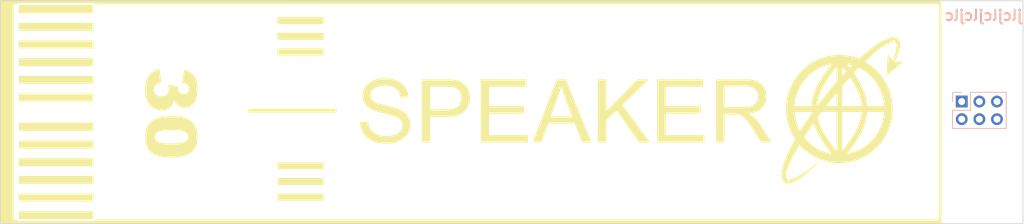
<source format=kicad_pcb>
(kicad_pcb (version 20220427) (generator pcbnew)
  (layers (0 "F.Cu" signal) (31 "B.Cu" signal) (34 "B.Paste" user) (35 "F.Paste" user) (36 "B.SilkS" user "B.Silkscreen") (37 "F.SilkS" user "F.Silkscreen") (38 "B.Mask" user) (39 "F.Mask" user) (44 "Edge.Cuts" user))
  (net 0 "")
  (footprint "LOGO" (layer "F.Cu") (at 147 90.2)
    (fp_text reference "G***" hide)
    (fp_text value "LOGO" hide)
  )
  (footprint "Connector_PinHeader_2.54mm:PinHeader_2x03_P2.54mm_Vertical" (layer "B.Cu") (at 217.775 88.725 -90)
    (fp_text reference "REF**" hide)
    (fp_text value "PinHeader_2x03_P2.54mm_Vertical")
    (pad "1" thru_hole rect (at 0 0 270) (size 1.7 1.7) (drill 1) (layers *.Cu *.Mask))
    (pad "2" thru_hole oval (at 2.54 0 270) (size 1.7 1.7) (drill 1) (layers *.Cu *.Mask))
    (pad "3" thru_hole oval (at 0 -2.54 270) (size 1.7 1.7) (drill 1) (layers *.Cu *.Mask))
    (pad "4" thru_hole oval (at 2.54 -2.54 270) (size 1.7 1.7) (drill 1) (layers *.Cu *.Mask))
    (pad "5" thru_hole oval (at 0 -5.08 270) (size 1.7 1.7) (drill 1) (layers *.Cu *.Mask))
    (pad "6" thru_hole oval (at 2.54 -5.08 270) (size 1.7 1.7) (drill 1) (layers *.Cu *.Mask))
  )
  (gr_rect (start 79.2 74.2) (end 226.6 106.3) (stroke (width 0.1)) (fill none) (layer "Edge.Cuts"))
  (gr_text "jlcjlcjlcjlc" (at 220.9 76.3) (layer "B.SilkS") (effects (font (size 1.5 1.5) (thickness 0.3) bold) (justify mirror)))
)
</source>
